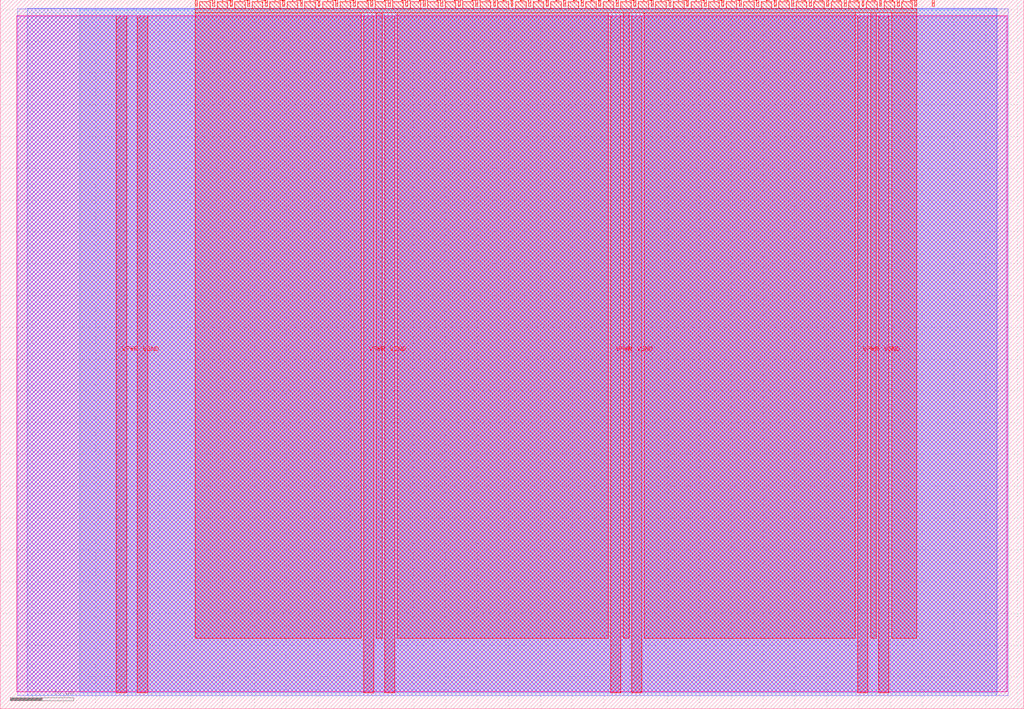
<source format=lef>
VERSION 5.7 ;
  NOWIREEXTENSIONATPIN ON ;
  DIVIDERCHAR "/" ;
  BUSBITCHARS "[]" ;
MACRO tt_um_synth_simple_mm
  CLASS BLOCK ;
  FOREIGN tt_um_synth_simple_mm ;
  ORIGIN 0.000 0.000 ;
  SIZE 161.000 BY 111.520 ;
  PIN VGND
    DIRECTION INOUT ;
    USE GROUND ;
    PORT
      LAYER met4 ;
        RECT 21.580 2.480 23.180 109.040 ;
    END
    PORT
      LAYER met4 ;
        RECT 60.450 2.480 62.050 109.040 ;
    END
    PORT
      LAYER met4 ;
        RECT 99.320 2.480 100.920 109.040 ;
    END
    PORT
      LAYER met4 ;
        RECT 138.190 2.480 139.790 109.040 ;
    END
  END VGND
  PIN VPWR
    DIRECTION INOUT ;
    USE POWER ;
    PORT
      LAYER met4 ;
        RECT 18.280 2.480 19.880 109.040 ;
    END
    PORT
      LAYER met4 ;
        RECT 57.150 2.480 58.750 109.040 ;
    END
    PORT
      LAYER met4 ;
        RECT 96.020 2.480 97.620 109.040 ;
    END
    PORT
      LAYER met4 ;
        RECT 134.890 2.480 136.490 109.040 ;
    END
  END VPWR
  PIN clk
    DIRECTION INPUT ;
    USE SIGNAL ;
    ANTENNAGATEAREA 0.852000 ;
    PORT
      LAYER met4 ;
        RECT 143.830 110.520 144.130 111.520 ;
    END
  END clk
  PIN ena
    DIRECTION INPUT ;
    USE SIGNAL ;
    PORT
      LAYER met4 ;
        RECT 146.590 110.520 146.890 111.520 ;
    END
  END ena
  PIN rst_n
    DIRECTION INPUT ;
    USE SIGNAL ;
    ANTENNAGATEAREA 0.196500 ;
    PORT
      LAYER met4 ;
        RECT 141.070 110.520 141.370 111.520 ;
    END
  END rst_n
  PIN ui_in[0]
    DIRECTION INPUT ;
    USE SIGNAL ;
    ANTENNAGATEAREA 0.196500 ;
    PORT
      LAYER met4 ;
        RECT 138.310 110.520 138.610 111.520 ;
    END
  END ui_in[0]
  PIN ui_in[1]
    DIRECTION INPUT ;
    USE SIGNAL ;
    ANTENNAGATEAREA 0.196500 ;
    PORT
      LAYER met4 ;
        RECT 135.550 110.520 135.850 111.520 ;
    END
  END ui_in[1]
  PIN ui_in[2]
    DIRECTION INPUT ;
    USE SIGNAL ;
    ANTENNAGATEAREA 0.196500 ;
    PORT
      LAYER met4 ;
        RECT 132.790 110.520 133.090 111.520 ;
    END
  END ui_in[2]
  PIN ui_in[3]
    DIRECTION INPUT ;
    USE SIGNAL ;
    ANTENNAGATEAREA 0.196500 ;
    PORT
      LAYER met4 ;
        RECT 130.030 110.520 130.330 111.520 ;
    END
  END ui_in[3]
  PIN ui_in[4]
    DIRECTION INPUT ;
    USE SIGNAL ;
    ANTENNAGATEAREA 0.196500 ;
    PORT
      LAYER met4 ;
        RECT 127.270 110.520 127.570 111.520 ;
    END
  END ui_in[4]
  PIN ui_in[5]
    DIRECTION INPUT ;
    USE SIGNAL ;
    PORT
      LAYER met4 ;
        RECT 124.510 110.520 124.810 111.520 ;
    END
  END ui_in[5]
  PIN ui_in[6]
    DIRECTION INPUT ;
    USE SIGNAL ;
    PORT
      LAYER met4 ;
        RECT 121.750 110.520 122.050 111.520 ;
    END
  END ui_in[6]
  PIN ui_in[7]
    DIRECTION INPUT ;
    USE SIGNAL ;
    PORT
      LAYER met4 ;
        RECT 118.990 110.520 119.290 111.520 ;
    END
  END ui_in[7]
  PIN uio_in[0]
    DIRECTION INPUT ;
    USE SIGNAL ;
    ANTENNAGATEAREA 0.196500 ;
    PORT
      LAYER met4 ;
        RECT 116.230 110.520 116.530 111.520 ;
    END
  END uio_in[0]
  PIN uio_in[1]
    DIRECTION INPUT ;
    USE SIGNAL ;
    ANTENNAGATEAREA 0.196500 ;
    PORT
      LAYER met4 ;
        RECT 113.470 110.520 113.770 111.520 ;
    END
  END uio_in[1]
  PIN uio_in[2]
    DIRECTION INPUT ;
    USE SIGNAL ;
    ANTENNAGATEAREA 0.196500 ;
    PORT
      LAYER met4 ;
        RECT 110.710 110.520 111.010 111.520 ;
    END
  END uio_in[2]
  PIN uio_in[3]
    DIRECTION INPUT ;
    USE SIGNAL ;
    ANTENNAGATEAREA 0.196500 ;
    PORT
      LAYER met4 ;
        RECT 107.950 110.520 108.250 111.520 ;
    END
  END uio_in[3]
  PIN uio_in[4]
    DIRECTION INPUT ;
    USE SIGNAL ;
    ANTENNAGATEAREA 0.196500 ;
    PORT
      LAYER met4 ;
        RECT 105.190 110.520 105.490 111.520 ;
    END
  END uio_in[4]
  PIN uio_in[5]
    DIRECTION INPUT ;
    USE SIGNAL ;
    ANTENNAGATEAREA 0.196500 ;
    PORT
      LAYER met4 ;
        RECT 102.430 110.520 102.730 111.520 ;
    END
  END uio_in[5]
  PIN uio_in[6]
    DIRECTION INPUT ;
    USE SIGNAL ;
    ANTENNAGATEAREA 0.196500 ;
    PORT
      LAYER met4 ;
        RECT 99.670 110.520 99.970 111.520 ;
    END
  END uio_in[6]
  PIN uio_in[7]
    DIRECTION INPUT ;
    USE SIGNAL ;
    ANTENNAGATEAREA 0.196500 ;
    PORT
      LAYER met4 ;
        RECT 96.910 110.520 97.210 111.520 ;
    END
  END uio_in[7]
  PIN uio_oe[0]
    DIRECTION OUTPUT ;
    USE SIGNAL ;
    PORT
      LAYER met4 ;
        RECT 49.990 110.520 50.290 111.520 ;
    END
  END uio_oe[0]
  PIN uio_oe[1]
    DIRECTION OUTPUT ;
    USE SIGNAL ;
    PORT
      LAYER met4 ;
        RECT 47.230 110.520 47.530 111.520 ;
    END
  END uio_oe[1]
  PIN uio_oe[2]
    DIRECTION OUTPUT ;
    USE SIGNAL ;
    PORT
      LAYER met4 ;
        RECT 44.470 110.520 44.770 111.520 ;
    END
  END uio_oe[2]
  PIN uio_oe[3]
    DIRECTION OUTPUT ;
    USE SIGNAL ;
    PORT
      LAYER met4 ;
        RECT 41.710 110.520 42.010 111.520 ;
    END
  END uio_oe[3]
  PIN uio_oe[4]
    DIRECTION OUTPUT ;
    USE SIGNAL ;
    PORT
      LAYER met4 ;
        RECT 38.950 110.520 39.250 111.520 ;
    END
  END uio_oe[4]
  PIN uio_oe[5]
    DIRECTION OUTPUT ;
    USE SIGNAL ;
    PORT
      LAYER met4 ;
        RECT 36.190 110.520 36.490 111.520 ;
    END
  END uio_oe[5]
  PIN uio_oe[6]
    DIRECTION OUTPUT ;
    USE SIGNAL ;
    PORT
      LAYER met4 ;
        RECT 33.430 110.520 33.730 111.520 ;
    END
  END uio_oe[6]
  PIN uio_oe[7]
    DIRECTION OUTPUT ;
    USE SIGNAL ;
    PORT
      LAYER met4 ;
        RECT 30.670 110.520 30.970 111.520 ;
    END
  END uio_oe[7]
  PIN uio_out[0]
    DIRECTION OUTPUT ;
    USE SIGNAL ;
    PORT
      LAYER met4 ;
        RECT 72.070 110.520 72.370 111.520 ;
    END
  END uio_out[0]
  PIN uio_out[1]
    DIRECTION OUTPUT ;
    USE SIGNAL ;
    PORT
      LAYER met4 ;
        RECT 69.310 110.520 69.610 111.520 ;
    END
  END uio_out[1]
  PIN uio_out[2]
    DIRECTION OUTPUT ;
    USE SIGNAL ;
    PORT
      LAYER met4 ;
        RECT 66.550 110.520 66.850 111.520 ;
    END
  END uio_out[2]
  PIN uio_out[3]
    DIRECTION OUTPUT ;
    USE SIGNAL ;
    PORT
      LAYER met4 ;
        RECT 63.790 110.520 64.090 111.520 ;
    END
  END uio_out[3]
  PIN uio_out[4]
    DIRECTION OUTPUT ;
    USE SIGNAL ;
    PORT
      LAYER met4 ;
        RECT 61.030 110.520 61.330 111.520 ;
    END
  END uio_out[4]
  PIN uio_out[5]
    DIRECTION OUTPUT ;
    USE SIGNAL ;
    PORT
      LAYER met4 ;
        RECT 58.270 110.520 58.570 111.520 ;
    END
  END uio_out[5]
  PIN uio_out[6]
    DIRECTION OUTPUT ;
    USE SIGNAL ;
    PORT
      LAYER met4 ;
        RECT 55.510 110.520 55.810 111.520 ;
    END
  END uio_out[6]
  PIN uio_out[7]
    DIRECTION OUTPUT ;
    USE SIGNAL ;
    PORT
      LAYER met4 ;
        RECT 52.750 110.520 53.050 111.520 ;
    END
  END uio_out[7]
  PIN uo_out[0]
    DIRECTION OUTPUT ;
    USE SIGNAL ;
    ANTENNADIFFAREA 0.445500 ;
    PORT
      LAYER met4 ;
        RECT 94.150 110.520 94.450 111.520 ;
    END
  END uo_out[0]
  PIN uo_out[1]
    DIRECTION OUTPUT ;
    USE SIGNAL ;
    ANTENNADIFFAREA 0.445500 ;
    PORT
      LAYER met4 ;
        RECT 91.390 110.520 91.690 111.520 ;
    END
  END uo_out[1]
  PIN uo_out[2]
    DIRECTION OUTPUT ;
    USE SIGNAL ;
    PORT
      LAYER met4 ;
        RECT 88.630 110.520 88.930 111.520 ;
    END
  END uo_out[2]
  PIN uo_out[3]
    DIRECTION OUTPUT ;
    USE SIGNAL ;
    PORT
      LAYER met4 ;
        RECT 85.870 110.520 86.170 111.520 ;
    END
  END uo_out[3]
  PIN uo_out[4]
    DIRECTION OUTPUT ;
    USE SIGNAL ;
    PORT
      LAYER met4 ;
        RECT 83.110 110.520 83.410 111.520 ;
    END
  END uo_out[4]
  PIN uo_out[5]
    DIRECTION OUTPUT ;
    USE SIGNAL ;
    PORT
      LAYER met4 ;
        RECT 80.350 110.520 80.650 111.520 ;
    END
  END uo_out[5]
  PIN uo_out[6]
    DIRECTION OUTPUT ;
    USE SIGNAL ;
    PORT
      LAYER met4 ;
        RECT 77.590 110.520 77.890 111.520 ;
    END
  END uo_out[6]
  PIN uo_out[7]
    DIRECTION OUTPUT ;
    USE SIGNAL ;
    PORT
      LAYER met4 ;
        RECT 74.830 110.520 75.130 111.520 ;
    END
  END uo_out[7]
  OBS
      LAYER nwell ;
        RECT 2.570 2.635 158.430 108.990 ;
      LAYER li1 ;
        RECT 2.760 2.635 158.240 108.885 ;
      LAYER met1 ;
        RECT 2.760 2.080 158.540 110.120 ;
      LAYER met2 ;
        RECT 4.240 2.050 156.770 110.150 ;
      LAYER met3 ;
        RECT 12.485 2.555 156.795 109.985 ;
      LAYER met4 ;
        RECT 31.370 110.120 33.030 111.170 ;
        RECT 34.130 110.120 35.790 111.170 ;
        RECT 36.890 110.120 38.550 111.170 ;
        RECT 39.650 110.120 41.310 111.170 ;
        RECT 42.410 110.120 44.070 111.170 ;
        RECT 45.170 110.120 46.830 111.170 ;
        RECT 47.930 110.120 49.590 111.170 ;
        RECT 50.690 110.120 52.350 111.170 ;
        RECT 53.450 110.120 55.110 111.170 ;
        RECT 56.210 110.120 57.870 111.170 ;
        RECT 58.970 110.120 60.630 111.170 ;
        RECT 61.730 110.120 63.390 111.170 ;
        RECT 64.490 110.120 66.150 111.170 ;
        RECT 67.250 110.120 68.910 111.170 ;
        RECT 70.010 110.120 71.670 111.170 ;
        RECT 72.770 110.120 74.430 111.170 ;
        RECT 75.530 110.120 77.190 111.170 ;
        RECT 78.290 110.120 79.950 111.170 ;
        RECT 81.050 110.120 82.710 111.170 ;
        RECT 83.810 110.120 85.470 111.170 ;
        RECT 86.570 110.120 88.230 111.170 ;
        RECT 89.330 110.120 90.990 111.170 ;
        RECT 92.090 110.120 93.750 111.170 ;
        RECT 94.850 110.120 96.510 111.170 ;
        RECT 97.610 110.120 99.270 111.170 ;
        RECT 100.370 110.120 102.030 111.170 ;
        RECT 103.130 110.120 104.790 111.170 ;
        RECT 105.890 110.120 107.550 111.170 ;
        RECT 108.650 110.120 110.310 111.170 ;
        RECT 111.410 110.120 113.070 111.170 ;
        RECT 114.170 110.120 115.830 111.170 ;
        RECT 116.930 110.120 118.590 111.170 ;
        RECT 119.690 110.120 121.350 111.170 ;
        RECT 122.450 110.120 124.110 111.170 ;
        RECT 125.210 110.120 126.870 111.170 ;
        RECT 127.970 110.120 129.630 111.170 ;
        RECT 130.730 110.120 132.390 111.170 ;
        RECT 133.490 110.120 135.150 111.170 ;
        RECT 136.250 110.120 137.910 111.170 ;
        RECT 139.010 110.120 140.670 111.170 ;
        RECT 141.770 110.120 143.430 111.170 ;
        RECT 30.655 109.440 144.145 110.120 ;
        RECT 30.655 11.055 56.750 109.440 ;
        RECT 59.150 11.055 60.050 109.440 ;
        RECT 62.450 11.055 95.620 109.440 ;
        RECT 98.020 11.055 98.920 109.440 ;
        RECT 101.320 11.055 134.490 109.440 ;
        RECT 136.890 11.055 137.790 109.440 ;
        RECT 140.190 11.055 144.145 109.440 ;
  END
END tt_um_synth_simple_mm
END LIBRARY


</source>
